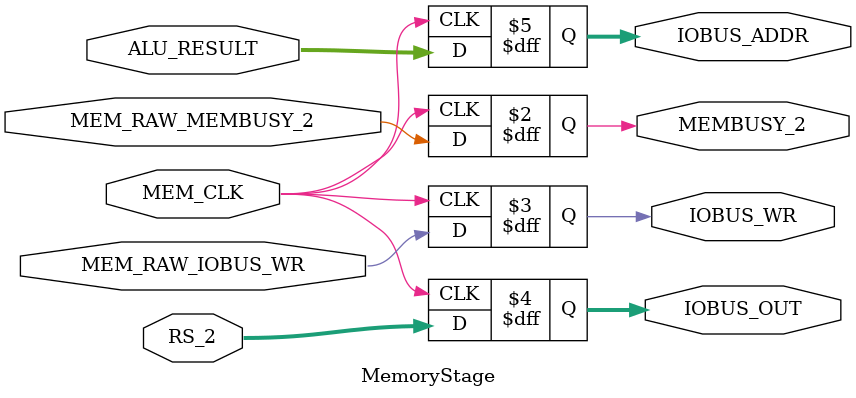
<source format=sv>
`timescale 1ns / 1ps

module MemoryStage(
    input logic MEM_CLK,
    input logic [31:0] ALU_RESULT,
    input logic [31:0] RS_2,
    input logic MEM_RAW_MEMBUSY_2,
    input logic MEM_RAW_IOBUS_WR,
    output logic MEMBUSY_2,
    output logic IOBUS_WR,
    output logic [31:0] IOBUS_OUT,
    output logic [31:0] IOBUS_ADDR
    );
    
    always_ff @ (posedge MEM_CLK) begin
        MEMBUSY_2 <= MEM_RAW_MEMBUSY_2;
        IOBUS_WR <= MEM_RAW_IOBUS_WR;
        IOBUS_OUT <= RS_2;
        IOBUS_ADDR <= ALU_RESULT;
    end
    
endmodule

</source>
